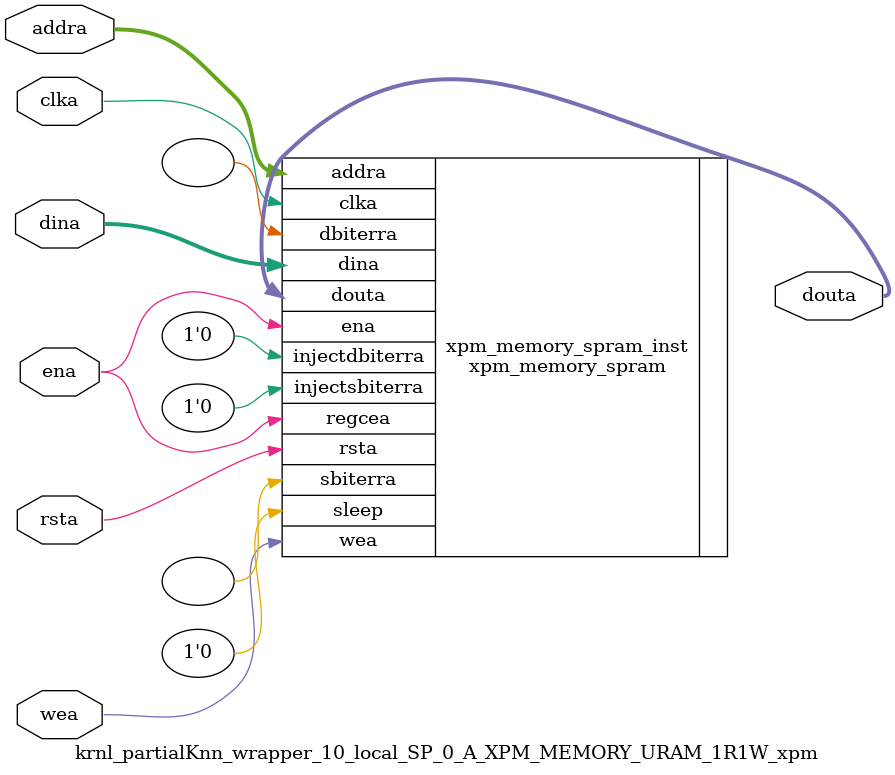
<source format=v>
`timescale 1 ns / 1 ps
module krnl_partialKnn_wrapper_10_local_SP_0_A_XPM_MEMORY_URAM_1R1W_xpm # (
  // Common module parameters
  parameter integer                 MEMORY_SIZE        = 524288,
  parameter                         MEMORY_PRIMITIVE   = "ultra",
  parameter                         ECC_MODE           = "no_ecc",
  parameter                         MEMORY_INIT_FILE   = "none",
  parameter                         WAKEUP_TIME        = "disable_sleep",
  parameter integer                 MESSAGE_CONTROL    = 0,
  // Port A module parameters
  parameter integer                 WRITE_DATA_WIDTH_A = 256,
  parameter integer                 READ_DATA_WIDTH_A  = WRITE_DATA_WIDTH_A,
  parameter integer                 BYTE_WRITE_WIDTH_A = WRITE_DATA_WIDTH_A,
  parameter integer                 ADDR_WIDTH_A       = 11,
  parameter                         READ_RESET_VALUE_A = "0",
  parameter integer                 READ_LATENCY_A     = 1,
  parameter                         WRITE_MODE_A       = "read_first"
) (
  // Port A module ports
  input  wire                                               clka,
  input  wire                                               rsta,
  input  wire                                               ena,
  input  wire [(WRITE_DATA_WIDTH_A/BYTE_WRITE_WIDTH_A)-1:0] wea,
  input  wire [ADDR_WIDTH_A-1:0]                            addra,
  input  wire [WRITE_DATA_WIDTH_A-1:0]                      dina,
  output wire [READ_DATA_WIDTH_A-1:0]                       douta
);
// Set parameter values and connect ports to instantiate an XPM_MEMORY single port RAM configuration
xpm_memory_spram # (
  // Common module parameters
  .MEMORY_SIZE        (MEMORY_SIZE),   //positive integer
  .MEMORY_PRIMITIVE   (MEMORY_PRIMITIVE),      //string; "auto", "distributed", "block" or "ultra";
  .ECC_MODE           (ECC_MODE),      //do not change
  .MEMORY_INIT_FILE   (MEMORY_INIT_FILE), //string; "none" or "<filename>.mem" 
  .MEMORY_INIT_PARAM  (""), //string;
  .WAKEUP_TIME        (WAKEUP_TIME),      //string; "disable_sleep" or "use_sleep_pin"
  .MESSAGE_CONTROL    (MESSAGE_CONTROL),      //do not change
  // Port A module parameters
  .WRITE_DATA_WIDTH_A (WRITE_DATA_WIDTH_A),     //positive integer
  .READ_DATA_WIDTH_A  (READ_DATA_WIDTH_A),     //positive integer
  .BYTE_WRITE_WIDTH_A (BYTE_WRITE_WIDTH_A),     //integer; 8, 9, or WRITE_DATA_WIDTH_A value
  .ADDR_WIDTH_A       (ADDR_WIDTH_A),      //positive integer
  .READ_RESET_VALUE_A (READ_RESET_VALUE_A),  //string
  .READ_LATENCY_A     (READ_LATENCY_A),      //non-negative integer
  .WRITE_MODE_A       (WRITE_MODE_A)       //string; "write_first", "read_first", "no_change"
) xpm_memory_spram_inst (
  // Common module ports
  .sleep          (1'b0),  //do not change
  // Port A module ports
  .clka           (clka),
  .rsta           (rsta),
  .ena            (ena),
  .regcea         (ena),
  .wea            (wea),
  .addra          (addra),
  .dina           (dina),
  .injectsbiterra (1'b0),  //do not change
  .injectdbiterra (1'b0),  //do not change
  .douta          (douta),
  .sbiterra       (),      //do not change
  .dbiterra       ()       //do not change
);
endmodule
</source>
